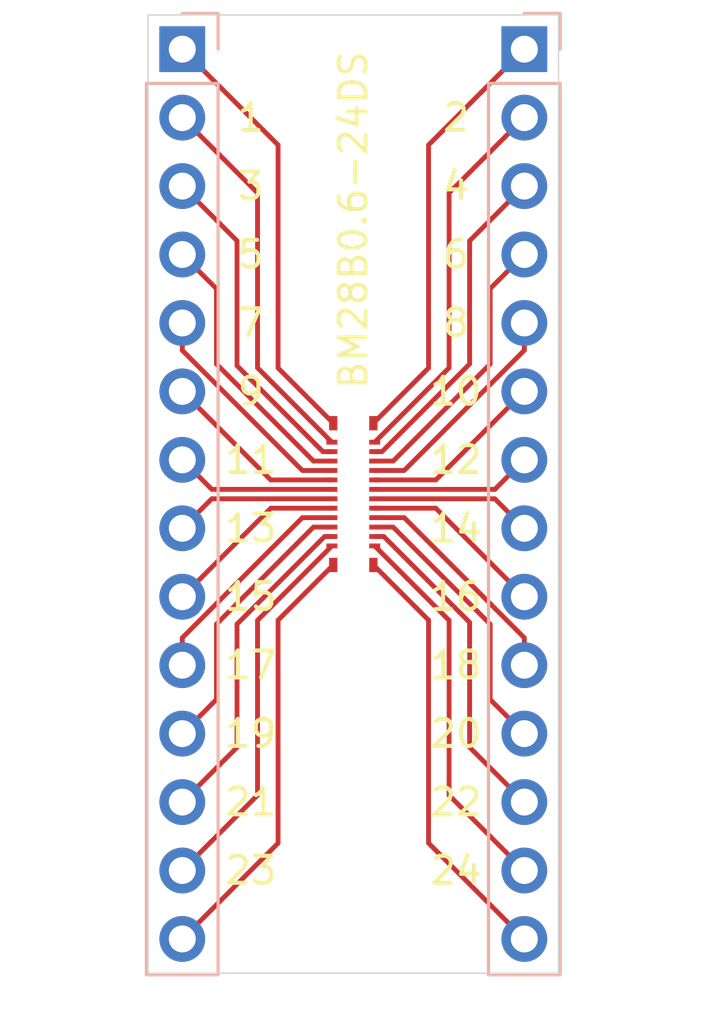
<source format=kicad_pcb>
(kicad_pcb (version 20171130) (host pcbnew 5.1.10-88a1d61d58~90~ubuntu20.04.1)

  (general
    (thickness 1.6)
    (drawings 29)
    (tracks 84)
    (zones 0)
    (modules 3)
    (nets 29)
  )

  (page A4)
  (layers
    (0 F.Cu signal)
    (31 B.Cu signal)
    (32 B.Adhes user)
    (33 F.Adhes user)
    (34 B.Paste user)
    (35 F.Paste user)
    (36 B.SilkS user)
    (37 F.SilkS user)
    (38 B.Mask user)
    (39 F.Mask user)
    (40 Dwgs.User user)
    (41 Cmts.User user)
    (42 Eco1.User user)
    (43 Eco2.User user)
    (44 Edge.Cuts user)
    (45 Margin user)
    (46 B.CrtYd user)
    (47 F.CrtYd user)
    (48 B.Fab user)
    (49 F.Fab user)
  )

  (setup
    (last_trace_width 0.18)
    (trace_clearance 0.127)
    (zone_clearance 0.508)
    (zone_45_only no)
    (trace_min 0.127)
    (via_size 0.8)
    (via_drill 0.4)
    (via_min_size 0.4)
    (via_min_drill 0.3)
    (uvia_size 0.3)
    (uvia_drill 0.1)
    (uvias_allowed no)
    (uvia_min_size 0.2)
    (uvia_min_drill 0.1)
    (edge_width 0.05)
    (segment_width 0.2)
    (pcb_text_width 0.3)
    (pcb_text_size 1.5 1.5)
    (mod_edge_width 0.12)
    (mod_text_size 1 1)
    (mod_text_width 0.15)
    (pad_size 1.524 1.524)
    (pad_drill 0.762)
    (pad_to_mask_clearance 0)
    (aux_axis_origin 0 0)
    (visible_elements FFFFFF7F)
    (pcbplotparams
      (layerselection 0x010fc_ffffffff)
      (usegerberextensions false)
      (usegerberattributes true)
      (usegerberadvancedattributes true)
      (creategerberjobfile true)
      (excludeedgelayer true)
      (linewidth 0.100000)
      (plotframeref false)
      (viasonmask false)
      (mode 1)
      (useauxorigin false)
      (hpglpennumber 1)
      (hpglpenspeed 20)
      (hpglpendiameter 15.000000)
      (psnegative false)
      (psa4output false)
      (plotreference true)
      (plotvalue true)
      (plotinvisibletext false)
      (padsonsilk false)
      (subtractmaskfromsilk false)
      (outputformat 1)
      (mirror false)
      (drillshape 1)
      (scaleselection 1)
      (outputdirectory ""))
  )

  (net 0 "")
  (net 1 /P27)
  (net 2 "Net-(J1-Pad13)")
  (net 3 "Net-(J1-Pad12)")
  (net 4 "Net-(J1-Pad11)")
  (net 5 "Net-(J1-Pad10)")
  (net 6 "Net-(J1-Pad9)")
  (net 7 "Net-(J1-Pad8)")
  (net 8 "Net-(J1-Pad7)")
  (net 9 "Net-(J1-Pad6)")
  (net 10 "Net-(J1-Pad5)")
  (net 11 "Net-(J1-Pad4)")
  (net 12 "Net-(J1-Pad3)")
  (net 13 "Net-(J1-Pad2)")
  (net 14 /P25)
  (net 15 /P28)
  (net 16 "Net-(J2-Pad13)")
  (net 17 "Net-(J2-Pad12)")
  (net 18 "Net-(J2-Pad11)")
  (net 19 "Net-(J2-Pad10)")
  (net 20 "Net-(J2-Pad9)")
  (net 21 "Net-(J2-Pad8)")
  (net 22 "Net-(J2-Pad7)")
  (net 23 "Net-(J2-Pad6)")
  (net 24 "Net-(J2-Pad5)")
  (net 25 "Net-(J2-Pad4)")
  (net 26 "Net-(J2-Pad3)")
  (net 27 "Net-(J2-Pad2)")
  (net 28 /P26)

  (net_class Default "This is the default net class."
    (clearance 0.127)
    (trace_width 0.18)
    (via_dia 0.8)
    (via_drill 0.4)
    (uvia_dia 0.3)
    (uvia_drill 0.1)
    (add_net /P25)
    (add_net /P26)
    (add_net /P27)
    (add_net /P28)
    (add_net "Net-(J1-Pad10)")
    (add_net "Net-(J1-Pad11)")
    (add_net "Net-(J1-Pad12)")
    (add_net "Net-(J1-Pad13)")
    (add_net "Net-(J1-Pad2)")
    (add_net "Net-(J1-Pad3)")
    (add_net "Net-(J1-Pad4)")
    (add_net "Net-(J1-Pad5)")
    (add_net "Net-(J1-Pad6)")
    (add_net "Net-(J1-Pad7)")
    (add_net "Net-(J1-Pad8)")
    (add_net "Net-(J1-Pad9)")
    (add_net "Net-(J2-Pad10)")
    (add_net "Net-(J2-Pad11)")
    (add_net "Net-(J2-Pad12)")
    (add_net "Net-(J2-Pad13)")
    (add_net "Net-(J2-Pad2)")
    (add_net "Net-(J2-Pad3)")
    (add_net "Net-(J2-Pad4)")
    (add_net "Net-(J2-Pad5)")
    (add_net "Net-(J2-Pad6)")
    (add_net "Net-(J2-Pad7)")
    (add_net "Net-(J2-Pad8)")
    (add_net "Net-(J2-Pad9)")
  )

  (module BM28:BM28B0.6-24DS (layer F.Cu) (tedit 6180705A) (tstamp 61814D44)
    (at 74.93 62.23)
    (path /61B58607)
    (attr smd)
    (fp_text reference J3 (at -3.515 0 90) (layer F.SilkS) hide
      (effects (font (size 1 1) (thickness 0.15)))
    )
    (fp_text value Conn_02x14_Odd_Even (at 0 3.6) (layer F.Fab)
      (effects (font (size 1 1) (thickness 0.15)))
    )
    (pad 28 smd rect (at 0.745 2.63) (size 0.31 0.53) (layers F.Cu F.Paste F.Mask)
      (net 15 /P28))
    (pad 27 smd rect (at -0.745 2.63) (size 0.31 0.53) (layers F.Cu F.Paste F.Mask)
      (net 1 /P27))
    (pad 26 smd rect (at 0.745 -2.63) (size 0.31 0.53) (layers F.Cu F.Paste F.Mask)
      (net 28 /P26))
    (pad 25 smd rect (at -0.745 -2.63) (size 0.31 0.53) (layers F.Cu F.Paste F.Mask)
      (net 14 /P25))
    (pad 24 smd rect (at 0.795 1.925) (size 0.41 0.18) (layers F.Cu F.Paste F.Mask)
      (net 16 "Net-(J2-Pad13)"))
    (pad 23 smd rect (at -0.795 1.925) (size 0.41 0.18) (layers F.Cu F.Paste F.Mask)
      (net 2 "Net-(J1-Pad13)"))
    (pad 22 smd rect (at 0.795 1.575) (size 0.41 0.18) (layers F.Cu F.Paste F.Mask)
      (net 17 "Net-(J2-Pad12)"))
    (pad 21 smd rect (at -0.795 1.575) (size 0.41 0.18) (layers F.Cu F.Paste F.Mask)
      (net 3 "Net-(J1-Pad12)"))
    (pad 20 smd rect (at 0.795 1.225) (size 0.41 0.18) (layers F.Cu F.Paste F.Mask)
      (net 18 "Net-(J2-Pad11)"))
    (pad 19 smd rect (at -0.795 1.225) (size 0.41 0.18) (layers F.Cu F.Paste F.Mask)
      (net 4 "Net-(J1-Pad11)"))
    (pad 18 smd rect (at 0.795 0.875) (size 0.41 0.18) (layers F.Cu F.Paste F.Mask)
      (net 19 "Net-(J2-Pad10)"))
    (pad 17 smd rect (at -0.795 0.875) (size 0.41 0.18) (layers F.Cu F.Paste F.Mask)
      (net 5 "Net-(J1-Pad10)"))
    (pad 16 smd rect (at 0.795 0.525) (size 0.41 0.18) (layers F.Cu F.Paste F.Mask)
      (net 20 "Net-(J2-Pad9)"))
    (pad 15 smd rect (at -0.795 0.525) (size 0.41 0.18) (layers F.Cu F.Paste F.Mask)
      (net 6 "Net-(J1-Pad9)"))
    (pad 14 smd rect (at 0.795 0.175) (size 0.41 0.18) (layers F.Cu F.Paste F.Mask)
      (net 21 "Net-(J2-Pad8)"))
    (pad 13 smd rect (at -0.795 0.175) (size 0.41 0.18) (layers F.Cu F.Paste F.Mask)
      (net 7 "Net-(J1-Pad8)"))
    (pad 12 smd rect (at 0.795 -0.175) (size 0.41 0.18) (layers F.Cu F.Paste F.Mask)
      (net 22 "Net-(J2-Pad7)"))
    (pad 11 smd rect (at -0.795 -0.175) (size 0.41 0.18) (layers F.Cu F.Paste F.Mask)
      (net 8 "Net-(J1-Pad7)"))
    (pad 10 smd rect (at 0.795 -0.525) (size 0.41 0.18) (layers F.Cu F.Paste F.Mask)
      (net 23 "Net-(J2-Pad6)"))
    (pad 9 smd rect (at -0.795 -0.525) (size 0.41 0.18) (layers F.Cu F.Paste F.Mask)
      (net 9 "Net-(J1-Pad6)"))
    (pad 8 smd rect (at 0.795 -0.875) (size 0.41 0.18) (layers F.Cu F.Paste F.Mask)
      (net 24 "Net-(J2-Pad5)"))
    (pad 7 smd rect (at -0.795 -0.875) (size 0.41 0.18) (layers F.Cu F.Paste F.Mask)
      (net 10 "Net-(J1-Pad5)"))
    (pad 6 smd rect (at 0.795 -1.225) (size 0.41 0.18) (layers F.Cu F.Paste F.Mask)
      (net 25 "Net-(J2-Pad4)"))
    (pad 5 smd rect (at -0.795 -1.225) (size 0.41 0.18) (layers F.Cu F.Paste F.Mask)
      (net 11 "Net-(J1-Pad4)"))
    (pad 4 smd rect (at 0.795 -1.575) (size 0.41 0.18) (layers F.Cu F.Paste F.Mask)
      (net 26 "Net-(J2-Pad3)"))
    (pad 3 smd rect (at -0.795 -1.575) (size 0.41 0.18) (layers F.Cu F.Paste F.Mask)
      (net 12 "Net-(J1-Pad3)"))
    (pad 2 smd rect (at 0.795 -1.925) (size 0.41 0.18) (layers F.Cu F.Paste F.Mask)
      (net 27 "Net-(J2-Pad2)"))
    (pad 1 smd rect (at -0.795 -1.925) (size 0.41 0.18) (layers F.Cu F.Paste F.Mask)
      (net 13 "Net-(J1-Pad2)"))
  )

  (module Connector_PinHeader_2.54mm:PinHeader_1x14_P2.54mm_Vertical (layer B.Cu) (tedit 59FED5CC) (tstamp 61814D24)
    (at 81.28 45.72 180)
    (descr "Through hole straight pin header, 1x14, 2.54mm pitch, single row")
    (tags "Through hole pin header THT 1x14 2.54mm single row")
    (path /61B5ADB8)
    (fp_text reference J2 (at 0 2.33) (layer B.SilkS) hide
      (effects (font (size 1 1) (thickness 0.15)) (justify mirror))
    )
    (fp_text value Conn_01x14_Male (at 0 -35.35) (layer B.Fab)
      (effects (font (size 1 1) (thickness 0.15)) (justify mirror))
    )
    (fp_text user %R (at 0 -16.51 270) (layer B.Fab)
      (effects (font (size 1 1) (thickness 0.15)) (justify mirror))
    )
    (fp_line (start -0.635 1.27) (end 1.27 1.27) (layer B.Fab) (width 0.1))
    (fp_line (start 1.27 1.27) (end 1.27 -34.29) (layer B.Fab) (width 0.1))
    (fp_line (start 1.27 -34.29) (end -1.27 -34.29) (layer B.Fab) (width 0.1))
    (fp_line (start -1.27 -34.29) (end -1.27 0.635) (layer B.Fab) (width 0.1))
    (fp_line (start -1.27 0.635) (end -0.635 1.27) (layer B.Fab) (width 0.1))
    (fp_line (start -1.33 -34.35) (end 1.33 -34.35) (layer B.SilkS) (width 0.12))
    (fp_line (start -1.33 -1.27) (end -1.33 -34.35) (layer B.SilkS) (width 0.12))
    (fp_line (start 1.33 -1.27) (end 1.33 -34.35) (layer B.SilkS) (width 0.12))
    (fp_line (start -1.33 -1.27) (end 1.33 -1.27) (layer B.SilkS) (width 0.12))
    (fp_line (start -1.33 0) (end -1.33 1.33) (layer B.SilkS) (width 0.12))
    (fp_line (start -1.33 1.33) (end 0 1.33) (layer B.SilkS) (width 0.12))
    (fp_line (start -1.8 1.8) (end -1.8 -34.8) (layer B.CrtYd) (width 0.05))
    (fp_line (start -1.8 -34.8) (end 1.8 -34.8) (layer B.CrtYd) (width 0.05))
    (fp_line (start 1.8 -34.8) (end 1.8 1.8) (layer B.CrtYd) (width 0.05))
    (fp_line (start 1.8 1.8) (end -1.8 1.8) (layer B.CrtYd) (width 0.05))
    (pad 14 thru_hole oval (at 0 -33.02 180) (size 1.7 1.7) (drill 1) (layers *.Cu *.Mask)
      (net 15 /P28))
    (pad 13 thru_hole oval (at 0 -30.48 180) (size 1.7 1.7) (drill 1) (layers *.Cu *.Mask)
      (net 16 "Net-(J2-Pad13)"))
    (pad 12 thru_hole oval (at 0 -27.94 180) (size 1.7 1.7) (drill 1) (layers *.Cu *.Mask)
      (net 17 "Net-(J2-Pad12)"))
    (pad 11 thru_hole oval (at 0 -25.4 180) (size 1.7 1.7) (drill 1) (layers *.Cu *.Mask)
      (net 18 "Net-(J2-Pad11)"))
    (pad 10 thru_hole oval (at 0 -22.86 180) (size 1.7 1.7) (drill 1) (layers *.Cu *.Mask)
      (net 19 "Net-(J2-Pad10)"))
    (pad 9 thru_hole oval (at 0 -20.32 180) (size 1.7 1.7) (drill 1) (layers *.Cu *.Mask)
      (net 20 "Net-(J2-Pad9)"))
    (pad 8 thru_hole oval (at 0 -17.78 180) (size 1.7 1.7) (drill 1) (layers *.Cu *.Mask)
      (net 21 "Net-(J2-Pad8)"))
    (pad 7 thru_hole oval (at 0 -15.24 180) (size 1.7 1.7) (drill 1) (layers *.Cu *.Mask)
      (net 22 "Net-(J2-Pad7)"))
    (pad 6 thru_hole oval (at 0 -12.7 180) (size 1.7 1.7) (drill 1) (layers *.Cu *.Mask)
      (net 23 "Net-(J2-Pad6)"))
    (pad 5 thru_hole oval (at 0 -10.16 180) (size 1.7 1.7) (drill 1) (layers *.Cu *.Mask)
      (net 24 "Net-(J2-Pad5)"))
    (pad 4 thru_hole oval (at 0 -7.62 180) (size 1.7 1.7) (drill 1) (layers *.Cu *.Mask)
      (net 25 "Net-(J2-Pad4)"))
    (pad 3 thru_hole oval (at 0 -5.08 180) (size 1.7 1.7) (drill 1) (layers *.Cu *.Mask)
      (net 26 "Net-(J2-Pad3)"))
    (pad 2 thru_hole oval (at 0 -2.54 180) (size 1.7 1.7) (drill 1) (layers *.Cu *.Mask)
      (net 27 "Net-(J2-Pad2)"))
    (pad 1 thru_hole rect (at 0 0 180) (size 1.7 1.7) (drill 1) (layers *.Cu *.Mask)
      (net 28 /P26))
    (model ${KISYS3DMOD}/Connector_PinHeader_2.54mm.3dshapes/PinHeader_1x14_P2.54mm_Vertical.wrl
      (at (xyz 0 0 0))
      (scale (xyz 1 1 1))
      (rotate (xyz 0 0 0))
    )
  )

  (module Connector_PinHeader_2.54mm:PinHeader_1x14_P2.54mm_Vertical (layer B.Cu) (tedit 59FED5CC) (tstamp 61814D02)
    (at 68.58 45.72 180)
    (descr "Through hole straight pin header, 1x14, 2.54mm pitch, single row")
    (tags "Through hole pin header THT 1x14 2.54mm single row")
    (path /61B59B74)
    (fp_text reference J1 (at 0 2.33) (layer B.SilkS) hide
      (effects (font (size 1 1) (thickness 0.15)) (justify mirror))
    )
    (fp_text value Conn_01x14_Male (at 0 -35.35) (layer B.Fab)
      (effects (font (size 1 1) (thickness 0.15)) (justify mirror))
    )
    (fp_text user %R (at 0 -16.51 270) (layer B.Fab)
      (effects (font (size 1 1) (thickness 0.15)) (justify mirror))
    )
    (fp_line (start -0.635 1.27) (end 1.27 1.27) (layer B.Fab) (width 0.1))
    (fp_line (start 1.27 1.27) (end 1.27 -34.29) (layer B.Fab) (width 0.1))
    (fp_line (start 1.27 -34.29) (end -1.27 -34.29) (layer B.Fab) (width 0.1))
    (fp_line (start -1.27 -34.29) (end -1.27 0.635) (layer B.Fab) (width 0.1))
    (fp_line (start -1.27 0.635) (end -0.635 1.27) (layer B.Fab) (width 0.1))
    (fp_line (start -1.33 -34.35) (end 1.33 -34.35) (layer B.SilkS) (width 0.12))
    (fp_line (start -1.33 -1.27) (end -1.33 -34.35) (layer B.SilkS) (width 0.12))
    (fp_line (start 1.33 -1.27) (end 1.33 -34.35) (layer B.SilkS) (width 0.12))
    (fp_line (start -1.33 -1.27) (end 1.33 -1.27) (layer B.SilkS) (width 0.12))
    (fp_line (start -1.33 0) (end -1.33 1.33) (layer B.SilkS) (width 0.12))
    (fp_line (start -1.33 1.33) (end 0 1.33) (layer B.SilkS) (width 0.12))
    (fp_line (start -1.8 1.8) (end -1.8 -34.8) (layer B.CrtYd) (width 0.05))
    (fp_line (start -1.8 -34.8) (end 1.8 -34.8) (layer B.CrtYd) (width 0.05))
    (fp_line (start 1.8 -34.8) (end 1.8 1.8) (layer B.CrtYd) (width 0.05))
    (fp_line (start 1.8 1.8) (end -1.8 1.8) (layer B.CrtYd) (width 0.05))
    (pad 14 thru_hole oval (at 0 -33.02 180) (size 1.7 1.7) (drill 1) (layers *.Cu *.Mask)
      (net 1 /P27))
    (pad 13 thru_hole oval (at 0 -30.48 180) (size 1.7 1.7) (drill 1) (layers *.Cu *.Mask)
      (net 2 "Net-(J1-Pad13)"))
    (pad 12 thru_hole oval (at 0 -27.94 180) (size 1.7 1.7) (drill 1) (layers *.Cu *.Mask)
      (net 3 "Net-(J1-Pad12)"))
    (pad 11 thru_hole oval (at 0 -25.4 180) (size 1.7 1.7) (drill 1) (layers *.Cu *.Mask)
      (net 4 "Net-(J1-Pad11)"))
    (pad 10 thru_hole oval (at 0 -22.86 180) (size 1.7 1.7) (drill 1) (layers *.Cu *.Mask)
      (net 5 "Net-(J1-Pad10)"))
    (pad 9 thru_hole oval (at 0 -20.32 180) (size 1.7 1.7) (drill 1) (layers *.Cu *.Mask)
      (net 6 "Net-(J1-Pad9)"))
    (pad 8 thru_hole oval (at 0 -17.78 180) (size 1.7 1.7) (drill 1) (layers *.Cu *.Mask)
      (net 7 "Net-(J1-Pad8)"))
    (pad 7 thru_hole oval (at 0 -15.24 180) (size 1.7 1.7) (drill 1) (layers *.Cu *.Mask)
      (net 8 "Net-(J1-Pad7)"))
    (pad 6 thru_hole oval (at 0 -12.7 180) (size 1.7 1.7) (drill 1) (layers *.Cu *.Mask)
      (net 9 "Net-(J1-Pad6)"))
    (pad 5 thru_hole oval (at 0 -10.16 180) (size 1.7 1.7) (drill 1) (layers *.Cu *.Mask)
      (net 10 "Net-(J1-Pad5)"))
    (pad 4 thru_hole oval (at 0 -7.62 180) (size 1.7 1.7) (drill 1) (layers *.Cu *.Mask)
      (net 11 "Net-(J1-Pad4)"))
    (pad 3 thru_hole oval (at 0 -5.08 180) (size 1.7 1.7) (drill 1) (layers *.Cu *.Mask)
      (net 12 "Net-(J1-Pad3)"))
    (pad 2 thru_hole oval (at 0 -2.54 180) (size 1.7 1.7) (drill 1) (layers *.Cu *.Mask)
      (net 13 "Net-(J1-Pad2)"))
    (pad 1 thru_hole rect (at 0 0 180) (size 1.7 1.7) (drill 1) (layers *.Cu *.Mask)
      (net 14 /P25))
    (model ${KISYS3DMOD}/Connector_PinHeader_2.54mm.3dshapes/PinHeader_1x14_P2.54mm_Vertical.wrl
      (at (xyz 0 0 0))
      (scale (xyz 1 1 1))
      (rotate (xyz 0 0 0))
    )
  )

  (gr_text BM28B0.6-24DS (at 74.93 58.42 90) (layer F.SilkS)
    (effects (font (size 1 1) (thickness 0.15)) (justify left))
  )
  (gr_text 16 (at 78.74 66.04) (layer F.SilkS) (tstamp 61816215)
    (effects (font (size 1 1) (thickness 0.15)))
  )
  (gr_text 6 (at 78.74 53.34) (layer F.SilkS) (tstamp 61816214)
    (effects (font (size 1 1) (thickness 0.15)))
  )
  (gr_text 22 (at 78.74 73.66) (layer F.SilkS) (tstamp 61816213)
    (effects (font (size 1 1) (thickness 0.15)))
  )
  (gr_text 8 (at 78.74 55.88) (layer F.SilkS) (tstamp 61816212)
    (effects (font (size 1 1) (thickness 0.15)))
  )
  (gr_text 14 (at 78.74 63.5) (layer F.SilkS) (tstamp 61816211)
    (effects (font (size 1 1) (thickness 0.15)))
  )
  (gr_text 24 (at 78.74 76.2) (layer F.SilkS) (tstamp 61816210)
    (effects (font (size 1 1) (thickness 0.15)))
  )
  (gr_text 10 (at 78.74 58.42) (layer F.SilkS) (tstamp 6181620F)
    (effects (font (size 1 1) (thickness 0.15)))
  )
  (gr_text 4 (at 78.74 50.8) (layer F.SilkS) (tstamp 6181620E)
    (effects (font (size 1 1) (thickness 0.15)))
  )
  (gr_text 20 (at 78.74 71.12) (layer F.SilkS) (tstamp 6181620D)
    (effects (font (size 1 1) (thickness 0.15)))
  )
  (gr_text 12 (at 78.74 60.96) (layer F.SilkS) (tstamp 6181620C)
    (effects (font (size 1 1) (thickness 0.15)))
  )
  (gr_text 2 (at 78.74 48.26) (layer F.SilkS) (tstamp 6181620B)
    (effects (font (size 1 1) (thickness 0.15)))
  )
  (gr_text 18 (at 78.74 68.58) (layer F.SilkS) (tstamp 6181620A)
    (effects (font (size 1 1) (thickness 0.15)))
  )
  (gr_text 23 (at 71.12 76.2) (layer F.SilkS) (tstamp 6181613B)
    (effects (font (size 1 1) (thickness 0.15)))
  )
  (gr_text 21 (at 71.12 73.66) (layer F.SilkS) (tstamp 61816139)
    (effects (font (size 1 1) (thickness 0.15)))
  )
  (gr_text 19 (at 71.12 71.12) (layer F.SilkS) (tstamp 61816137)
    (effects (font (size 1 1) (thickness 0.15)))
  )
  (gr_text 17 (at 71.12 68.58) (layer F.SilkS) (tstamp 61816135)
    (effects (font (size 1 1) (thickness 0.15)))
  )
  (gr_text 15 (at 71.12 66.04) (layer F.SilkS) (tstamp 61816133)
    (effects (font (size 1 1) (thickness 0.15)))
  )
  (gr_text 13 (at 71.12 63.5) (layer F.SilkS) (tstamp 61816131)
    (effects (font (size 1 1) (thickness 0.15)))
  )
  (gr_text 11 (at 71.12 60.96) (layer F.SilkS) (tstamp 6181610D)
    (effects (font (size 1 1) (thickness 0.15)))
  )
  (gr_text 9 (at 71.12 58.42) (layer F.SilkS) (tstamp 6181610B)
    (effects (font (size 1 1) (thickness 0.15)))
  )
  (gr_text 7 (at 71.12 55.88) (layer F.SilkS) (tstamp 61816109)
    (effects (font (size 1 1) (thickness 0.15)))
  )
  (gr_text 5 (at 71.12 53.34) (layer F.SilkS) (tstamp 61816107)
    (effects (font (size 1 1) (thickness 0.15)))
  )
  (gr_text 3 (at 71.12 50.8) (layer F.SilkS) (tstamp 61816105)
    (effects (font (size 1 1) (thickness 0.15)))
  )
  (gr_text 1 (at 71.12 48.26) (layer F.SilkS)
    (effects (font (size 1 1) (thickness 0.15)))
  )
  (gr_line (start 67.31 80.01) (end 67.31 44.45) (layer Edge.Cuts) (width 0.05) (tstamp 61816102))
  (gr_line (start 82.55 80.01) (end 67.31 80.01) (layer Edge.Cuts) (width 0.05))
  (gr_line (start 82.55 44.45) (end 82.55 80.01) (layer Edge.Cuts) (width 0.05))
  (gr_line (start 67.31 44.45) (end 82.55 44.45) (layer Edge.Cuts) (width 0.05))

  (segment (start 77.724 49.276) (end 81.28 45.72) (width 0.18) (layer F.Cu) (net 28) (tstamp 61816022) (status 20))
  (segment (start 75.675 59.6) (end 77.724 57.551) (width 0.18) (layer F.Cu) (net 28) (tstamp 61816025) (status 10))
  (segment (start 77.724 57.551) (end 77.724 49.276) (width 0.18) (layer F.Cu) (net 28) (tstamp 6181603D))
  (segment (start 78.486 57.544) (end 78.486 51.054) (width 0.18) (layer F.Cu) (net 27) (tstamp 6181601A))
  (segment (start 78.486 51.054) (end 81.28 48.26) (width 0.18) (layer F.Cu) (net 27) (tstamp 6181601B) (status 20))
  (segment (start 75.725 60.305) (end 78.486 57.544) (width 0.18) (layer F.Cu) (net 27) (tstamp 61816024) (status 10))
  (segment (start 79.248 52.832) (end 81.28 50.8) (width 0.18) (layer F.Cu) (net 26) (tstamp 61816013) (status 20))
  (segment (start 75.725 60.655) (end 75.997 60.655) (width 0.18) (layer F.Cu) (net 26) (tstamp 61816019) (status 10))
  (segment (start 79.248 57.404) (end 79.248 52.832) (width 0.18) (layer F.Cu) (net 26) (tstamp 61816026))
  (segment (start 75.997 60.655) (end 79.248 57.404) (width 0.18) (layer F.Cu) (net 26) (tstamp 61816039))
  (segment (start 80.01 54.61) (end 81.28 53.34) (width 0.18) (layer F.Cu) (net 25) (tstamp 6181601C) (status 20))
  (segment (start 75.725 61.005) (end 76.409 61.005) (width 0.18) (layer F.Cu) (net 25) (tstamp 61816030) (status 10))
  (segment (start 80.01 57.404) (end 80.01 54.61) (width 0.18) (layer F.Cu) (net 25) (tstamp 6181603A))
  (segment (start 76.409 61.005) (end 80.01 57.404) (width 0.18) (layer F.Cu) (net 25) (tstamp 6181603B))
  (segment (start 81.28 56.896) (end 81.28 55.88) (width 0.18) (layer F.Cu) (net 24) (tstamp 6181602C) (status 20))
  (segment (start 76.821 61.355) (end 81.28 56.896) (width 0.18) (layer F.Cu) (net 24) (tstamp 61816037))
  (segment (start 75.725 61.355) (end 76.821 61.355) (width 0.18) (layer F.Cu) (net 24) (tstamp 61816038) (status 10))
  (segment (start 75.725 61.705) (end 77.995 61.705) (width 0.18) (layer F.Cu) (net 23) (tstamp 6181601F) (status 10))
  (segment (start 77.995 61.705) (end 81.28 58.42) (width 0.18) (layer F.Cu) (net 23) (tstamp 61816020) (status 20))
  (segment (start 75.725 62.055) (end 80.185 62.055) (width 0.18) (layer F.Cu) (net 22) (tstamp 61816017) (status 10))
  (segment (start 80.185 62.055) (end 81.28 60.96) (width 0.18) (layer F.Cu) (net 22) (tstamp 61816021) (status 20))
  (segment (start 80.185 62.405) (end 81.28 63.5) (width 0.18) (layer F.Cu) (net 21) (tstamp 6181601D) (status 20))
  (segment (start 75.725 62.405) (end 80.185 62.405) (width 0.18) (layer F.Cu) (net 21) (tstamp 6181602F) (status 10))
  (segment (start 77.995 62.755) (end 81.28 66.04) (width 0.18) (layer F.Cu) (net 20) (tstamp 61816015) (status 20))
  (segment (start 75.725 62.755) (end 77.995 62.755) (width 0.18) (layer F.Cu) (net 20) (tstamp 61816034) (status 10))
  (segment (start 81.28 67.564) (end 81.28 68.58) (width 0.18) (layer F.Cu) (net 19) (tstamp 61816023) (status 20))
  (segment (start 76.821 63.105) (end 81.28 67.564) (width 0.18) (layer F.Cu) (net 19) (tstamp 61816036))
  (segment (start 75.725 63.105) (end 76.821 63.105) (width 0.18) (layer F.Cu) (net 19) (tstamp 6181603E) (status 10))
  (segment (start 80.01 69.85) (end 81.28 71.12) (width 0.18) (layer F.Cu) (net 18) (tstamp 61816027) (status 20))
  (segment (start 76.409 63.455) (end 80.01 67.056) (width 0.18) (layer F.Cu) (net 18) (tstamp 6181602A))
  (segment (start 80.01 67.056) (end 80.01 69.85) (width 0.18) (layer F.Cu) (net 18) (tstamp 61816033))
  (segment (start 75.725 63.455) (end 76.409 63.455) (width 0.18) (layer F.Cu) (net 18) (tstamp 61816035) (status 10))
  (segment (start 79.248 66.992398) (end 79.248 71.628) (width 0.18) (layer F.Cu) (net 17) (tstamp 61816028))
  (segment (start 79.248 71.628) (end 81.28 73.66) (width 0.18) (layer F.Cu) (net 17) (tstamp 61816029) (status 20))
  (segment (start 76.060602 63.805) (end 79.248 66.992398) (width 0.18) (layer F.Cu) (net 17) (tstamp 6181602D))
  (segment (start 75.725 63.805) (end 76.060602 63.805) (width 0.18) (layer F.Cu) (net 17) (tstamp 6181603C) (status 10))
  (segment (start 78.486 73.406) (end 81.28 76.2) (width 0.18) (layer F.Cu) (net 16) (tstamp 61816014) (status 20))
  (segment (start 75.725 64.155) (end 78.486 66.916) (width 0.18) (layer F.Cu) (net 16) (tstamp 61816016) (status 10))
  (segment (start 78.486 66.916) (end 78.486 73.406) (width 0.18) (layer F.Cu) (net 16) (tstamp 61816018))
  (segment (start 77.724 66.909) (end 77.724 75.184) (width 0.18) (layer F.Cu) (net 15) (tstamp 6181602E))
  (segment (start 77.724 75.184) (end 81.28 78.74) (width 0.18) (layer F.Cu) (net 15) (tstamp 61816031) (status 20))
  (segment (start 75.675 64.86) (end 77.724 66.909) (width 0.18) (layer F.Cu) (net 15) (tstamp 6181603F) (status 10))
  (segment (start 72.136 66.909) (end 72.136 75.184) (width 0.18) (layer F.Cu) (net 1))
  (segment (start 74.185 64.86) (end 72.136 66.909) (width 0.18) (layer F.Cu) (net 1) (status 10))
  (segment (start 72.136 75.184) (end 68.58 78.74) (width 0.18) (layer F.Cu) (net 1) (status 20))
  (segment (start 74.135 64.155) (end 71.374 66.916) (width 0.18) (layer F.Cu) (net 2) (status 10))
  (segment (start 71.374 73.406) (end 68.58 76.2) (width 0.18) (layer F.Cu) (net 2) (status 20))
  (segment (start 71.374 66.916) (end 71.374 73.406) (width 0.18) (layer F.Cu) (net 2))
  (segment (start 73.863 63.805) (end 70.612 67.056) (width 0.18) (layer F.Cu) (net 3))
  (segment (start 70.612 71.628) (end 68.58 73.66) (width 0.18) (layer F.Cu) (net 3) (status 20))
  (segment (start 70.612 67.056) (end 70.612 71.628) (width 0.18) (layer F.Cu) (net 3))
  (segment (start 74.135 63.805) (end 73.863 63.805) (width 0.18) (layer F.Cu) (net 3) (status 10))
  (segment (start 73.451 63.455) (end 69.85 67.056) (width 0.18) (layer F.Cu) (net 4))
  (segment (start 69.85 67.056) (end 69.85 69.85) (width 0.18) (layer F.Cu) (net 4))
  (segment (start 74.135 63.455) (end 73.451 63.455) (width 0.18) (layer F.Cu) (net 4) (status 10))
  (segment (start 69.85 69.85) (end 68.58 71.12) (width 0.18) (layer F.Cu) (net 4) (status 20))
  (segment (start 74.135 63.105) (end 73.039 63.105) (width 0.18) (layer F.Cu) (net 5) (status 10))
  (segment (start 73.039 63.105) (end 68.58 67.564) (width 0.18) (layer F.Cu) (net 5))
  (segment (start 68.58 67.564) (end 68.58 68.58) (width 0.18) (layer F.Cu) (net 5) (status 20))
  (segment (start 71.865 62.755) (end 68.58 66.04) (width 0.18) (layer F.Cu) (net 6) (status 20))
  (segment (start 74.135 62.755) (end 71.865 62.755) (width 0.18) (layer F.Cu) (net 6) (status 10))
  (segment (start 69.675 62.405) (end 68.58 63.5) (width 0.18) (layer F.Cu) (net 7) (status 20))
  (segment (start 74.135 62.405) (end 69.675 62.405) (width 0.18) (layer F.Cu) (net 7) (status 10))
  (segment (start 69.675 62.055) (end 68.58 60.96) (width 0.18) (layer F.Cu) (net 8) (status 20))
  (segment (start 74.135 62.055) (end 69.675 62.055) (width 0.18) (layer F.Cu) (net 8) (status 10))
  (segment (start 71.865 61.705) (end 68.58 58.42) (width 0.18) (layer F.Cu) (net 9) (status 20))
  (segment (start 74.135 61.705) (end 71.865 61.705) (width 0.18) (layer F.Cu) (net 9) (status 10))
  (segment (start 68.58 56.896) (end 68.58 55.88) (width 0.18) (layer F.Cu) (net 10) (status 20))
  (segment (start 73.039 61.355) (end 68.58 56.896) (width 0.18) (layer F.Cu) (net 10))
  (segment (start 74.135 61.355) (end 73.039 61.355) (width 0.18) (layer F.Cu) (net 10) (status 10))
  (segment (start 69.85 54.61) (end 68.58 53.34) (width 0.18) (layer F.Cu) (net 11) (status 20))
  (segment (start 69.85 57.404) (end 69.85 54.61) (width 0.18) (layer F.Cu) (net 11))
  (segment (start 73.451 61.005) (end 69.85 57.404) (width 0.18) (layer F.Cu) (net 11))
  (segment (start 74.135 61.005) (end 73.451 61.005) (width 0.18) (layer F.Cu) (net 11) (status 10))
  (segment (start 70.612 52.832) (end 68.58 50.8) (width 0.18) (layer F.Cu) (net 12) (status 20))
  (segment (start 70.612 57.467602) (end 70.612 52.832) (width 0.18) (layer F.Cu) (net 12))
  (segment (start 73.799398 60.655) (end 70.612 57.467602) (width 0.18) (layer F.Cu) (net 12))
  (segment (start 74.135 60.655) (end 73.799398 60.655) (width 0.18) (layer F.Cu) (net 12) (status 10))
  (segment (start 71.374 51.054) (end 68.58 48.26) (width 0.18) (layer F.Cu) (net 13) (status 20))
  (segment (start 71.374 57.544) (end 71.374 51.054) (width 0.18) (layer F.Cu) (net 13))
  (segment (start 74.135 60.305) (end 71.374 57.544) (width 0.18) (layer F.Cu) (net 13) (status 10))
  (segment (start 72.136 49.276) (end 68.58 45.72) (width 0.18) (layer F.Cu) (net 14) (status 20))
  (segment (start 72.136 57.551) (end 72.136 49.276) (width 0.18) (layer F.Cu) (net 14))
  (segment (start 74.185 59.6) (end 72.136 57.551) (width 0.18) (layer F.Cu) (net 14) (status 10))

)

</source>
